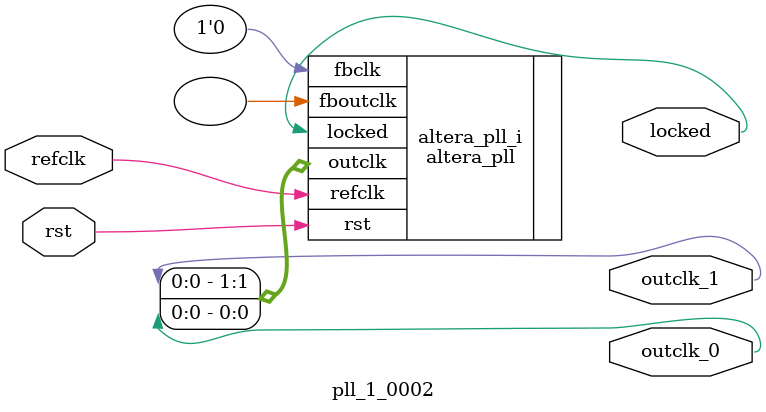
<source format=v>
`timescale 1ns/10ps
module  pll_1_0002(

	// interface 'refclk'
	input wire refclk,

	// interface 'reset'
	input wire rst,

	// interface 'outclk0'
	output wire outclk_0,

	// interface 'outclk1'
	output wire outclk_1,

	// interface 'locked'
	output wire locked
);

	altera_pll #(
		.fractional_vco_multiplier("false"),
		.reference_clock_frequency("50.0 MHz"),
		.operation_mode("direct"),
		.number_of_clocks(2),
		.output_clock_frequency0("100.000000 MHz"),
		.phase_shift0("0 ps"),
		.duty_cycle0(50),
		.output_clock_frequency1("24.000000 MHz"),
		.phase_shift1("0 ps"),
		.duty_cycle1(50),
		.output_clock_frequency2("0 MHz"),
		.phase_shift2("0 ps"),
		.duty_cycle2(50),
		.output_clock_frequency3("0 MHz"),
		.phase_shift3("0 ps"),
		.duty_cycle3(50),
		.output_clock_frequency4("0 MHz"),
		.phase_shift4("0 ps"),
		.duty_cycle4(50),
		.output_clock_frequency5("0 MHz"),
		.phase_shift5("0 ps"),
		.duty_cycle5(50),
		.output_clock_frequency6("0 MHz"),
		.phase_shift6("0 ps"),
		.duty_cycle6(50),
		.output_clock_frequency7("0 MHz"),
		.phase_shift7("0 ps"),
		.duty_cycle7(50),
		.output_clock_frequency8("0 MHz"),
		.phase_shift8("0 ps"),
		.duty_cycle8(50),
		.output_clock_frequency9("0 MHz"),
		.phase_shift9("0 ps"),
		.duty_cycle9(50),
		.output_clock_frequency10("0 MHz"),
		.phase_shift10("0 ps"),
		.duty_cycle10(50),
		.output_clock_frequency11("0 MHz"),
		.phase_shift11("0 ps"),
		.duty_cycle11(50),
		.output_clock_frequency12("0 MHz"),
		.phase_shift12("0 ps"),
		.duty_cycle12(50),
		.output_clock_frequency13("0 MHz"),
		.phase_shift13("0 ps"),
		.duty_cycle13(50),
		.output_clock_frequency14("0 MHz"),
		.phase_shift14("0 ps"),
		.duty_cycle14(50),
		.output_clock_frequency15("0 MHz"),
		.phase_shift15("0 ps"),
		.duty_cycle15(50),
		.output_clock_frequency16("0 MHz"),
		.phase_shift16("0 ps"),
		.duty_cycle16(50),
		.output_clock_frequency17("0 MHz"),
		.phase_shift17("0 ps"),
		.duty_cycle17(50),
		.pll_type("General"),
		.pll_subtype("General")
	) altera_pll_i (
		.rst	(rst),
		.outclk	({outclk_1, outclk_0}),
		.locked	(locked),
		.fboutclk	( ),
		.fbclk	(1'b0),
		.refclk	(refclk)
	);
endmodule


</source>
